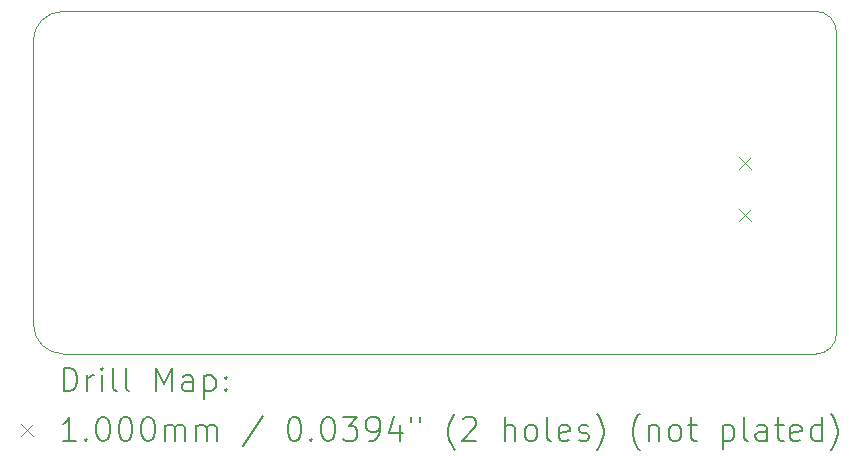
<source format=gbr>
%TF.GenerationSoftware,KiCad,Pcbnew,8.0.4*%
%TF.CreationDate,2025-01-11T15:28:08+03:00*%
%TF.ProjectId,IoT Project,496f5420-5072-46f6-9a65-63742e6b6963,rev?*%
%TF.SameCoordinates,Original*%
%TF.FileFunction,Drillmap*%
%TF.FilePolarity,Positive*%
%FSLAX45Y45*%
G04 Gerber Fmt 4.5, Leading zero omitted, Abs format (unit mm)*
G04 Created by KiCad (PCBNEW 8.0.4) date 2025-01-11 15:28:08*
%MOMM*%
%LPD*%
G01*
G04 APERTURE LIST*
%ADD10C,0.050000*%
%ADD11C,0.200000*%
%ADD12C,0.100000*%
G04 APERTURE END LIST*
D10*
X9001777Y-8198223D02*
X9000000Y-5800000D01*
X15626256Y-8451256D02*
X9251777Y-8448223D01*
X15626333Y-5549560D02*
G75*
G02*
X15801335Y-5723299I1257J-173740D01*
G01*
X15801256Y-5723744D02*
X15801256Y-8276256D01*
X9251777Y-8448223D02*
G75*
G02*
X9001777Y-8198223I3J250003D01*
G01*
X9250000Y-5550000D02*
X15626256Y-5550000D01*
X9000000Y-5800000D02*
G75*
G02*
X9250000Y-5550000I250000J0D01*
G01*
X15801256Y-8276256D02*
G75*
G02*
X15626256Y-8451256I-174996J-4D01*
G01*
D11*
D12*
X14975000Y-6780000D02*
X15075000Y-6880000D01*
X15075000Y-6780000D02*
X14975000Y-6880000D01*
X14975000Y-7220000D02*
X15075000Y-7320000D01*
X15075000Y-7220000D02*
X14975000Y-7320000D01*
D11*
X9258277Y-8765240D02*
X9258277Y-8565240D01*
X9258277Y-8565240D02*
X9305896Y-8565240D01*
X9305896Y-8565240D02*
X9334467Y-8574764D01*
X9334467Y-8574764D02*
X9353515Y-8593812D01*
X9353515Y-8593812D02*
X9363039Y-8612859D01*
X9363039Y-8612859D02*
X9372563Y-8650954D01*
X9372563Y-8650954D02*
X9372563Y-8679526D01*
X9372563Y-8679526D02*
X9363039Y-8717621D01*
X9363039Y-8717621D02*
X9353515Y-8736669D01*
X9353515Y-8736669D02*
X9334467Y-8755716D01*
X9334467Y-8755716D02*
X9305896Y-8765240D01*
X9305896Y-8765240D02*
X9258277Y-8765240D01*
X9458277Y-8765240D02*
X9458277Y-8631907D01*
X9458277Y-8670002D02*
X9467801Y-8650954D01*
X9467801Y-8650954D02*
X9477324Y-8641431D01*
X9477324Y-8641431D02*
X9496372Y-8631907D01*
X9496372Y-8631907D02*
X9515420Y-8631907D01*
X9582086Y-8765240D02*
X9582086Y-8631907D01*
X9582086Y-8565240D02*
X9572563Y-8574764D01*
X9572563Y-8574764D02*
X9582086Y-8584288D01*
X9582086Y-8584288D02*
X9591610Y-8574764D01*
X9591610Y-8574764D02*
X9582086Y-8565240D01*
X9582086Y-8565240D02*
X9582086Y-8584288D01*
X9705896Y-8765240D02*
X9686848Y-8755716D01*
X9686848Y-8755716D02*
X9677324Y-8736669D01*
X9677324Y-8736669D02*
X9677324Y-8565240D01*
X9810658Y-8765240D02*
X9791610Y-8755716D01*
X9791610Y-8755716D02*
X9782086Y-8736669D01*
X9782086Y-8736669D02*
X9782086Y-8565240D01*
X10039229Y-8765240D02*
X10039229Y-8565240D01*
X10039229Y-8565240D02*
X10105896Y-8708097D01*
X10105896Y-8708097D02*
X10172563Y-8565240D01*
X10172563Y-8565240D02*
X10172563Y-8765240D01*
X10353515Y-8765240D02*
X10353515Y-8660478D01*
X10353515Y-8660478D02*
X10343991Y-8641431D01*
X10343991Y-8641431D02*
X10324944Y-8631907D01*
X10324944Y-8631907D02*
X10286848Y-8631907D01*
X10286848Y-8631907D02*
X10267801Y-8641431D01*
X10353515Y-8755716D02*
X10334467Y-8765240D01*
X10334467Y-8765240D02*
X10286848Y-8765240D01*
X10286848Y-8765240D02*
X10267801Y-8755716D01*
X10267801Y-8755716D02*
X10258277Y-8736669D01*
X10258277Y-8736669D02*
X10258277Y-8717621D01*
X10258277Y-8717621D02*
X10267801Y-8698573D01*
X10267801Y-8698573D02*
X10286848Y-8689050D01*
X10286848Y-8689050D02*
X10334467Y-8689050D01*
X10334467Y-8689050D02*
X10353515Y-8679526D01*
X10448753Y-8631907D02*
X10448753Y-8831907D01*
X10448753Y-8641431D02*
X10467801Y-8631907D01*
X10467801Y-8631907D02*
X10505896Y-8631907D01*
X10505896Y-8631907D02*
X10524944Y-8641431D01*
X10524944Y-8641431D02*
X10534467Y-8650954D01*
X10534467Y-8650954D02*
X10543991Y-8670002D01*
X10543991Y-8670002D02*
X10543991Y-8727145D01*
X10543991Y-8727145D02*
X10534467Y-8746192D01*
X10534467Y-8746192D02*
X10524944Y-8755716D01*
X10524944Y-8755716D02*
X10505896Y-8765240D01*
X10505896Y-8765240D02*
X10467801Y-8765240D01*
X10467801Y-8765240D02*
X10448753Y-8755716D01*
X10629705Y-8746192D02*
X10639229Y-8755716D01*
X10639229Y-8755716D02*
X10629705Y-8765240D01*
X10629705Y-8765240D02*
X10620182Y-8755716D01*
X10620182Y-8755716D02*
X10629705Y-8746192D01*
X10629705Y-8746192D02*
X10629705Y-8765240D01*
X10629705Y-8641431D02*
X10639229Y-8650954D01*
X10639229Y-8650954D02*
X10629705Y-8660478D01*
X10629705Y-8660478D02*
X10620182Y-8650954D01*
X10620182Y-8650954D02*
X10629705Y-8641431D01*
X10629705Y-8641431D02*
X10629705Y-8660478D01*
D12*
X8897500Y-9043756D02*
X8997500Y-9143756D01*
X8997500Y-9043756D02*
X8897500Y-9143756D01*
D11*
X9363039Y-9185240D02*
X9248753Y-9185240D01*
X9305896Y-9185240D02*
X9305896Y-8985240D01*
X9305896Y-8985240D02*
X9286848Y-9013812D01*
X9286848Y-9013812D02*
X9267801Y-9032859D01*
X9267801Y-9032859D02*
X9248753Y-9042383D01*
X9448753Y-9166192D02*
X9458277Y-9175716D01*
X9458277Y-9175716D02*
X9448753Y-9185240D01*
X9448753Y-9185240D02*
X9439229Y-9175716D01*
X9439229Y-9175716D02*
X9448753Y-9166192D01*
X9448753Y-9166192D02*
X9448753Y-9185240D01*
X9582086Y-8985240D02*
X9601134Y-8985240D01*
X9601134Y-8985240D02*
X9620182Y-8994764D01*
X9620182Y-8994764D02*
X9629705Y-9004288D01*
X9629705Y-9004288D02*
X9639229Y-9023335D01*
X9639229Y-9023335D02*
X9648753Y-9061431D01*
X9648753Y-9061431D02*
X9648753Y-9109050D01*
X9648753Y-9109050D02*
X9639229Y-9147145D01*
X9639229Y-9147145D02*
X9629705Y-9166192D01*
X9629705Y-9166192D02*
X9620182Y-9175716D01*
X9620182Y-9175716D02*
X9601134Y-9185240D01*
X9601134Y-9185240D02*
X9582086Y-9185240D01*
X9582086Y-9185240D02*
X9563039Y-9175716D01*
X9563039Y-9175716D02*
X9553515Y-9166192D01*
X9553515Y-9166192D02*
X9543991Y-9147145D01*
X9543991Y-9147145D02*
X9534467Y-9109050D01*
X9534467Y-9109050D02*
X9534467Y-9061431D01*
X9534467Y-9061431D02*
X9543991Y-9023335D01*
X9543991Y-9023335D02*
X9553515Y-9004288D01*
X9553515Y-9004288D02*
X9563039Y-8994764D01*
X9563039Y-8994764D02*
X9582086Y-8985240D01*
X9772563Y-8985240D02*
X9791610Y-8985240D01*
X9791610Y-8985240D02*
X9810658Y-8994764D01*
X9810658Y-8994764D02*
X9820182Y-9004288D01*
X9820182Y-9004288D02*
X9829705Y-9023335D01*
X9829705Y-9023335D02*
X9839229Y-9061431D01*
X9839229Y-9061431D02*
X9839229Y-9109050D01*
X9839229Y-9109050D02*
X9829705Y-9147145D01*
X9829705Y-9147145D02*
X9820182Y-9166192D01*
X9820182Y-9166192D02*
X9810658Y-9175716D01*
X9810658Y-9175716D02*
X9791610Y-9185240D01*
X9791610Y-9185240D02*
X9772563Y-9185240D01*
X9772563Y-9185240D02*
X9753515Y-9175716D01*
X9753515Y-9175716D02*
X9743991Y-9166192D01*
X9743991Y-9166192D02*
X9734467Y-9147145D01*
X9734467Y-9147145D02*
X9724944Y-9109050D01*
X9724944Y-9109050D02*
X9724944Y-9061431D01*
X9724944Y-9061431D02*
X9734467Y-9023335D01*
X9734467Y-9023335D02*
X9743991Y-9004288D01*
X9743991Y-9004288D02*
X9753515Y-8994764D01*
X9753515Y-8994764D02*
X9772563Y-8985240D01*
X9963039Y-8985240D02*
X9982086Y-8985240D01*
X9982086Y-8985240D02*
X10001134Y-8994764D01*
X10001134Y-8994764D02*
X10010658Y-9004288D01*
X10010658Y-9004288D02*
X10020182Y-9023335D01*
X10020182Y-9023335D02*
X10029705Y-9061431D01*
X10029705Y-9061431D02*
X10029705Y-9109050D01*
X10029705Y-9109050D02*
X10020182Y-9147145D01*
X10020182Y-9147145D02*
X10010658Y-9166192D01*
X10010658Y-9166192D02*
X10001134Y-9175716D01*
X10001134Y-9175716D02*
X9982086Y-9185240D01*
X9982086Y-9185240D02*
X9963039Y-9185240D01*
X9963039Y-9185240D02*
X9943991Y-9175716D01*
X9943991Y-9175716D02*
X9934467Y-9166192D01*
X9934467Y-9166192D02*
X9924944Y-9147145D01*
X9924944Y-9147145D02*
X9915420Y-9109050D01*
X9915420Y-9109050D02*
X9915420Y-9061431D01*
X9915420Y-9061431D02*
X9924944Y-9023335D01*
X9924944Y-9023335D02*
X9934467Y-9004288D01*
X9934467Y-9004288D02*
X9943991Y-8994764D01*
X9943991Y-8994764D02*
X9963039Y-8985240D01*
X10115420Y-9185240D02*
X10115420Y-9051907D01*
X10115420Y-9070954D02*
X10124944Y-9061431D01*
X10124944Y-9061431D02*
X10143991Y-9051907D01*
X10143991Y-9051907D02*
X10172563Y-9051907D01*
X10172563Y-9051907D02*
X10191610Y-9061431D01*
X10191610Y-9061431D02*
X10201134Y-9080478D01*
X10201134Y-9080478D02*
X10201134Y-9185240D01*
X10201134Y-9080478D02*
X10210658Y-9061431D01*
X10210658Y-9061431D02*
X10229705Y-9051907D01*
X10229705Y-9051907D02*
X10258277Y-9051907D01*
X10258277Y-9051907D02*
X10277325Y-9061431D01*
X10277325Y-9061431D02*
X10286848Y-9080478D01*
X10286848Y-9080478D02*
X10286848Y-9185240D01*
X10382086Y-9185240D02*
X10382086Y-9051907D01*
X10382086Y-9070954D02*
X10391610Y-9061431D01*
X10391610Y-9061431D02*
X10410658Y-9051907D01*
X10410658Y-9051907D02*
X10439229Y-9051907D01*
X10439229Y-9051907D02*
X10458277Y-9061431D01*
X10458277Y-9061431D02*
X10467801Y-9080478D01*
X10467801Y-9080478D02*
X10467801Y-9185240D01*
X10467801Y-9080478D02*
X10477325Y-9061431D01*
X10477325Y-9061431D02*
X10496372Y-9051907D01*
X10496372Y-9051907D02*
X10524944Y-9051907D01*
X10524944Y-9051907D02*
X10543991Y-9061431D01*
X10543991Y-9061431D02*
X10553515Y-9080478D01*
X10553515Y-9080478D02*
X10553515Y-9185240D01*
X10943991Y-8975716D02*
X10772563Y-9232859D01*
X11201134Y-8985240D02*
X11220182Y-8985240D01*
X11220182Y-8985240D02*
X11239229Y-8994764D01*
X11239229Y-8994764D02*
X11248753Y-9004288D01*
X11248753Y-9004288D02*
X11258277Y-9023335D01*
X11258277Y-9023335D02*
X11267801Y-9061431D01*
X11267801Y-9061431D02*
X11267801Y-9109050D01*
X11267801Y-9109050D02*
X11258277Y-9147145D01*
X11258277Y-9147145D02*
X11248753Y-9166192D01*
X11248753Y-9166192D02*
X11239229Y-9175716D01*
X11239229Y-9175716D02*
X11220182Y-9185240D01*
X11220182Y-9185240D02*
X11201134Y-9185240D01*
X11201134Y-9185240D02*
X11182087Y-9175716D01*
X11182087Y-9175716D02*
X11172563Y-9166192D01*
X11172563Y-9166192D02*
X11163039Y-9147145D01*
X11163039Y-9147145D02*
X11153515Y-9109050D01*
X11153515Y-9109050D02*
X11153515Y-9061431D01*
X11153515Y-9061431D02*
X11163039Y-9023335D01*
X11163039Y-9023335D02*
X11172563Y-9004288D01*
X11172563Y-9004288D02*
X11182087Y-8994764D01*
X11182087Y-8994764D02*
X11201134Y-8985240D01*
X11353515Y-9166192D02*
X11363039Y-9175716D01*
X11363039Y-9175716D02*
X11353515Y-9185240D01*
X11353515Y-9185240D02*
X11343991Y-9175716D01*
X11343991Y-9175716D02*
X11353515Y-9166192D01*
X11353515Y-9166192D02*
X11353515Y-9185240D01*
X11486848Y-8985240D02*
X11505896Y-8985240D01*
X11505896Y-8985240D02*
X11524944Y-8994764D01*
X11524944Y-8994764D02*
X11534467Y-9004288D01*
X11534467Y-9004288D02*
X11543991Y-9023335D01*
X11543991Y-9023335D02*
X11553515Y-9061431D01*
X11553515Y-9061431D02*
X11553515Y-9109050D01*
X11553515Y-9109050D02*
X11543991Y-9147145D01*
X11543991Y-9147145D02*
X11534467Y-9166192D01*
X11534467Y-9166192D02*
X11524944Y-9175716D01*
X11524944Y-9175716D02*
X11505896Y-9185240D01*
X11505896Y-9185240D02*
X11486848Y-9185240D01*
X11486848Y-9185240D02*
X11467801Y-9175716D01*
X11467801Y-9175716D02*
X11458277Y-9166192D01*
X11458277Y-9166192D02*
X11448753Y-9147145D01*
X11448753Y-9147145D02*
X11439229Y-9109050D01*
X11439229Y-9109050D02*
X11439229Y-9061431D01*
X11439229Y-9061431D02*
X11448753Y-9023335D01*
X11448753Y-9023335D02*
X11458277Y-9004288D01*
X11458277Y-9004288D02*
X11467801Y-8994764D01*
X11467801Y-8994764D02*
X11486848Y-8985240D01*
X11620182Y-8985240D02*
X11743991Y-8985240D01*
X11743991Y-8985240D02*
X11677325Y-9061431D01*
X11677325Y-9061431D02*
X11705896Y-9061431D01*
X11705896Y-9061431D02*
X11724944Y-9070954D01*
X11724944Y-9070954D02*
X11734467Y-9080478D01*
X11734467Y-9080478D02*
X11743991Y-9099526D01*
X11743991Y-9099526D02*
X11743991Y-9147145D01*
X11743991Y-9147145D02*
X11734467Y-9166192D01*
X11734467Y-9166192D02*
X11724944Y-9175716D01*
X11724944Y-9175716D02*
X11705896Y-9185240D01*
X11705896Y-9185240D02*
X11648753Y-9185240D01*
X11648753Y-9185240D02*
X11629706Y-9175716D01*
X11629706Y-9175716D02*
X11620182Y-9166192D01*
X11839229Y-9185240D02*
X11877325Y-9185240D01*
X11877325Y-9185240D02*
X11896372Y-9175716D01*
X11896372Y-9175716D02*
X11905896Y-9166192D01*
X11905896Y-9166192D02*
X11924944Y-9137621D01*
X11924944Y-9137621D02*
X11934467Y-9099526D01*
X11934467Y-9099526D02*
X11934467Y-9023335D01*
X11934467Y-9023335D02*
X11924944Y-9004288D01*
X11924944Y-9004288D02*
X11915420Y-8994764D01*
X11915420Y-8994764D02*
X11896372Y-8985240D01*
X11896372Y-8985240D02*
X11858277Y-8985240D01*
X11858277Y-8985240D02*
X11839229Y-8994764D01*
X11839229Y-8994764D02*
X11829706Y-9004288D01*
X11829706Y-9004288D02*
X11820182Y-9023335D01*
X11820182Y-9023335D02*
X11820182Y-9070954D01*
X11820182Y-9070954D02*
X11829706Y-9090002D01*
X11829706Y-9090002D02*
X11839229Y-9099526D01*
X11839229Y-9099526D02*
X11858277Y-9109050D01*
X11858277Y-9109050D02*
X11896372Y-9109050D01*
X11896372Y-9109050D02*
X11915420Y-9099526D01*
X11915420Y-9099526D02*
X11924944Y-9090002D01*
X11924944Y-9090002D02*
X11934467Y-9070954D01*
X12105896Y-9051907D02*
X12105896Y-9185240D01*
X12058277Y-8975716D02*
X12010658Y-9118573D01*
X12010658Y-9118573D02*
X12134467Y-9118573D01*
X12201134Y-8985240D02*
X12201134Y-9023335D01*
X12277325Y-8985240D02*
X12277325Y-9023335D01*
X12572563Y-9261431D02*
X12563039Y-9251907D01*
X12563039Y-9251907D02*
X12543991Y-9223335D01*
X12543991Y-9223335D02*
X12534468Y-9204288D01*
X12534468Y-9204288D02*
X12524944Y-9175716D01*
X12524944Y-9175716D02*
X12515420Y-9128097D01*
X12515420Y-9128097D02*
X12515420Y-9090002D01*
X12515420Y-9090002D02*
X12524944Y-9042383D01*
X12524944Y-9042383D02*
X12534468Y-9013812D01*
X12534468Y-9013812D02*
X12543991Y-8994764D01*
X12543991Y-8994764D02*
X12563039Y-8966192D01*
X12563039Y-8966192D02*
X12572563Y-8956669D01*
X12639229Y-9004288D02*
X12648753Y-8994764D01*
X12648753Y-8994764D02*
X12667801Y-8985240D01*
X12667801Y-8985240D02*
X12715420Y-8985240D01*
X12715420Y-8985240D02*
X12734468Y-8994764D01*
X12734468Y-8994764D02*
X12743991Y-9004288D01*
X12743991Y-9004288D02*
X12753515Y-9023335D01*
X12753515Y-9023335D02*
X12753515Y-9042383D01*
X12753515Y-9042383D02*
X12743991Y-9070954D01*
X12743991Y-9070954D02*
X12629706Y-9185240D01*
X12629706Y-9185240D02*
X12753515Y-9185240D01*
X12991610Y-9185240D02*
X12991610Y-8985240D01*
X13077325Y-9185240D02*
X13077325Y-9080478D01*
X13077325Y-9080478D02*
X13067801Y-9061431D01*
X13067801Y-9061431D02*
X13048753Y-9051907D01*
X13048753Y-9051907D02*
X13020182Y-9051907D01*
X13020182Y-9051907D02*
X13001134Y-9061431D01*
X13001134Y-9061431D02*
X12991610Y-9070954D01*
X13201134Y-9185240D02*
X13182087Y-9175716D01*
X13182087Y-9175716D02*
X13172563Y-9166192D01*
X13172563Y-9166192D02*
X13163039Y-9147145D01*
X13163039Y-9147145D02*
X13163039Y-9090002D01*
X13163039Y-9090002D02*
X13172563Y-9070954D01*
X13172563Y-9070954D02*
X13182087Y-9061431D01*
X13182087Y-9061431D02*
X13201134Y-9051907D01*
X13201134Y-9051907D02*
X13229706Y-9051907D01*
X13229706Y-9051907D02*
X13248753Y-9061431D01*
X13248753Y-9061431D02*
X13258277Y-9070954D01*
X13258277Y-9070954D02*
X13267801Y-9090002D01*
X13267801Y-9090002D02*
X13267801Y-9147145D01*
X13267801Y-9147145D02*
X13258277Y-9166192D01*
X13258277Y-9166192D02*
X13248753Y-9175716D01*
X13248753Y-9175716D02*
X13229706Y-9185240D01*
X13229706Y-9185240D02*
X13201134Y-9185240D01*
X13382087Y-9185240D02*
X13363039Y-9175716D01*
X13363039Y-9175716D02*
X13353515Y-9156669D01*
X13353515Y-9156669D02*
X13353515Y-8985240D01*
X13534468Y-9175716D02*
X13515420Y-9185240D01*
X13515420Y-9185240D02*
X13477325Y-9185240D01*
X13477325Y-9185240D02*
X13458277Y-9175716D01*
X13458277Y-9175716D02*
X13448753Y-9156669D01*
X13448753Y-9156669D02*
X13448753Y-9080478D01*
X13448753Y-9080478D02*
X13458277Y-9061431D01*
X13458277Y-9061431D02*
X13477325Y-9051907D01*
X13477325Y-9051907D02*
X13515420Y-9051907D01*
X13515420Y-9051907D02*
X13534468Y-9061431D01*
X13534468Y-9061431D02*
X13543991Y-9080478D01*
X13543991Y-9080478D02*
X13543991Y-9099526D01*
X13543991Y-9099526D02*
X13448753Y-9118573D01*
X13620182Y-9175716D02*
X13639230Y-9185240D01*
X13639230Y-9185240D02*
X13677325Y-9185240D01*
X13677325Y-9185240D02*
X13696372Y-9175716D01*
X13696372Y-9175716D02*
X13705896Y-9156669D01*
X13705896Y-9156669D02*
X13705896Y-9147145D01*
X13705896Y-9147145D02*
X13696372Y-9128097D01*
X13696372Y-9128097D02*
X13677325Y-9118573D01*
X13677325Y-9118573D02*
X13648753Y-9118573D01*
X13648753Y-9118573D02*
X13629706Y-9109050D01*
X13629706Y-9109050D02*
X13620182Y-9090002D01*
X13620182Y-9090002D02*
X13620182Y-9080478D01*
X13620182Y-9080478D02*
X13629706Y-9061431D01*
X13629706Y-9061431D02*
X13648753Y-9051907D01*
X13648753Y-9051907D02*
X13677325Y-9051907D01*
X13677325Y-9051907D02*
X13696372Y-9061431D01*
X13772563Y-9261431D02*
X13782087Y-9251907D01*
X13782087Y-9251907D02*
X13801134Y-9223335D01*
X13801134Y-9223335D02*
X13810658Y-9204288D01*
X13810658Y-9204288D02*
X13820182Y-9175716D01*
X13820182Y-9175716D02*
X13829706Y-9128097D01*
X13829706Y-9128097D02*
X13829706Y-9090002D01*
X13829706Y-9090002D02*
X13820182Y-9042383D01*
X13820182Y-9042383D02*
X13810658Y-9013812D01*
X13810658Y-9013812D02*
X13801134Y-8994764D01*
X13801134Y-8994764D02*
X13782087Y-8966192D01*
X13782087Y-8966192D02*
X13772563Y-8956669D01*
X14134468Y-9261431D02*
X14124944Y-9251907D01*
X14124944Y-9251907D02*
X14105896Y-9223335D01*
X14105896Y-9223335D02*
X14096372Y-9204288D01*
X14096372Y-9204288D02*
X14086849Y-9175716D01*
X14086849Y-9175716D02*
X14077325Y-9128097D01*
X14077325Y-9128097D02*
X14077325Y-9090002D01*
X14077325Y-9090002D02*
X14086849Y-9042383D01*
X14086849Y-9042383D02*
X14096372Y-9013812D01*
X14096372Y-9013812D02*
X14105896Y-8994764D01*
X14105896Y-8994764D02*
X14124944Y-8966192D01*
X14124944Y-8966192D02*
X14134468Y-8956669D01*
X14210658Y-9051907D02*
X14210658Y-9185240D01*
X14210658Y-9070954D02*
X14220182Y-9061431D01*
X14220182Y-9061431D02*
X14239230Y-9051907D01*
X14239230Y-9051907D02*
X14267801Y-9051907D01*
X14267801Y-9051907D02*
X14286849Y-9061431D01*
X14286849Y-9061431D02*
X14296372Y-9080478D01*
X14296372Y-9080478D02*
X14296372Y-9185240D01*
X14420182Y-9185240D02*
X14401134Y-9175716D01*
X14401134Y-9175716D02*
X14391611Y-9166192D01*
X14391611Y-9166192D02*
X14382087Y-9147145D01*
X14382087Y-9147145D02*
X14382087Y-9090002D01*
X14382087Y-9090002D02*
X14391611Y-9070954D01*
X14391611Y-9070954D02*
X14401134Y-9061431D01*
X14401134Y-9061431D02*
X14420182Y-9051907D01*
X14420182Y-9051907D02*
X14448753Y-9051907D01*
X14448753Y-9051907D02*
X14467801Y-9061431D01*
X14467801Y-9061431D02*
X14477325Y-9070954D01*
X14477325Y-9070954D02*
X14486849Y-9090002D01*
X14486849Y-9090002D02*
X14486849Y-9147145D01*
X14486849Y-9147145D02*
X14477325Y-9166192D01*
X14477325Y-9166192D02*
X14467801Y-9175716D01*
X14467801Y-9175716D02*
X14448753Y-9185240D01*
X14448753Y-9185240D02*
X14420182Y-9185240D01*
X14543992Y-9051907D02*
X14620182Y-9051907D01*
X14572563Y-8985240D02*
X14572563Y-9156669D01*
X14572563Y-9156669D02*
X14582087Y-9175716D01*
X14582087Y-9175716D02*
X14601134Y-9185240D01*
X14601134Y-9185240D02*
X14620182Y-9185240D01*
X14839230Y-9051907D02*
X14839230Y-9251907D01*
X14839230Y-9061431D02*
X14858277Y-9051907D01*
X14858277Y-9051907D02*
X14896373Y-9051907D01*
X14896373Y-9051907D02*
X14915420Y-9061431D01*
X14915420Y-9061431D02*
X14924944Y-9070954D01*
X14924944Y-9070954D02*
X14934468Y-9090002D01*
X14934468Y-9090002D02*
X14934468Y-9147145D01*
X14934468Y-9147145D02*
X14924944Y-9166192D01*
X14924944Y-9166192D02*
X14915420Y-9175716D01*
X14915420Y-9175716D02*
X14896373Y-9185240D01*
X14896373Y-9185240D02*
X14858277Y-9185240D01*
X14858277Y-9185240D02*
X14839230Y-9175716D01*
X15048753Y-9185240D02*
X15029706Y-9175716D01*
X15029706Y-9175716D02*
X15020182Y-9156669D01*
X15020182Y-9156669D02*
X15020182Y-8985240D01*
X15210658Y-9185240D02*
X15210658Y-9080478D01*
X15210658Y-9080478D02*
X15201134Y-9061431D01*
X15201134Y-9061431D02*
X15182087Y-9051907D01*
X15182087Y-9051907D02*
X15143992Y-9051907D01*
X15143992Y-9051907D02*
X15124944Y-9061431D01*
X15210658Y-9175716D02*
X15191611Y-9185240D01*
X15191611Y-9185240D02*
X15143992Y-9185240D01*
X15143992Y-9185240D02*
X15124944Y-9175716D01*
X15124944Y-9175716D02*
X15115420Y-9156669D01*
X15115420Y-9156669D02*
X15115420Y-9137621D01*
X15115420Y-9137621D02*
X15124944Y-9118573D01*
X15124944Y-9118573D02*
X15143992Y-9109050D01*
X15143992Y-9109050D02*
X15191611Y-9109050D01*
X15191611Y-9109050D02*
X15210658Y-9099526D01*
X15277325Y-9051907D02*
X15353515Y-9051907D01*
X15305896Y-8985240D02*
X15305896Y-9156669D01*
X15305896Y-9156669D02*
X15315420Y-9175716D01*
X15315420Y-9175716D02*
X15334468Y-9185240D01*
X15334468Y-9185240D02*
X15353515Y-9185240D01*
X15496373Y-9175716D02*
X15477325Y-9185240D01*
X15477325Y-9185240D02*
X15439230Y-9185240D01*
X15439230Y-9185240D02*
X15420182Y-9175716D01*
X15420182Y-9175716D02*
X15410658Y-9156669D01*
X15410658Y-9156669D02*
X15410658Y-9080478D01*
X15410658Y-9080478D02*
X15420182Y-9061431D01*
X15420182Y-9061431D02*
X15439230Y-9051907D01*
X15439230Y-9051907D02*
X15477325Y-9051907D01*
X15477325Y-9051907D02*
X15496373Y-9061431D01*
X15496373Y-9061431D02*
X15505896Y-9080478D01*
X15505896Y-9080478D02*
X15505896Y-9099526D01*
X15505896Y-9099526D02*
X15410658Y-9118573D01*
X15677325Y-9185240D02*
X15677325Y-8985240D01*
X15677325Y-9175716D02*
X15658277Y-9185240D01*
X15658277Y-9185240D02*
X15620182Y-9185240D01*
X15620182Y-9185240D02*
X15601134Y-9175716D01*
X15601134Y-9175716D02*
X15591611Y-9166192D01*
X15591611Y-9166192D02*
X15582087Y-9147145D01*
X15582087Y-9147145D02*
X15582087Y-9090002D01*
X15582087Y-9090002D02*
X15591611Y-9070954D01*
X15591611Y-9070954D02*
X15601134Y-9061431D01*
X15601134Y-9061431D02*
X15620182Y-9051907D01*
X15620182Y-9051907D02*
X15658277Y-9051907D01*
X15658277Y-9051907D02*
X15677325Y-9061431D01*
X15753515Y-9261431D02*
X15763039Y-9251907D01*
X15763039Y-9251907D02*
X15782087Y-9223335D01*
X15782087Y-9223335D02*
X15791611Y-9204288D01*
X15791611Y-9204288D02*
X15801134Y-9175716D01*
X15801134Y-9175716D02*
X15810658Y-9128097D01*
X15810658Y-9128097D02*
X15810658Y-9090002D01*
X15810658Y-9090002D02*
X15801134Y-9042383D01*
X15801134Y-9042383D02*
X15791611Y-9013812D01*
X15791611Y-9013812D02*
X15782087Y-8994764D01*
X15782087Y-8994764D02*
X15763039Y-8966192D01*
X15763039Y-8966192D02*
X15753515Y-8956669D01*
M02*

</source>
